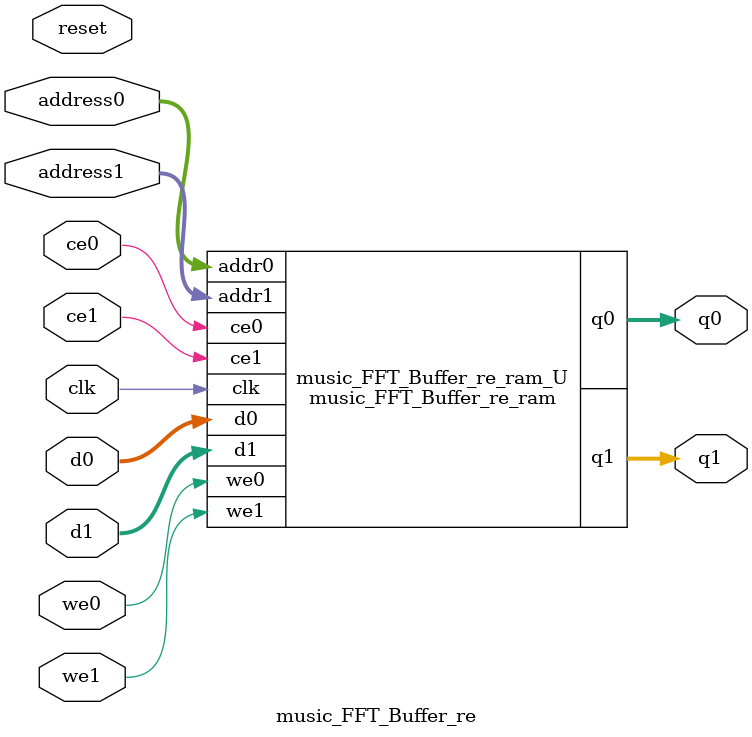
<source format=v>
`timescale 1 ns / 1 ps
module music_FFT_Buffer_re_ram (addr0, ce0, d0, we0, q0, addr1, ce1, d1, we1, q1,  clk);

parameter DWIDTH = 32;
parameter AWIDTH = 10;
parameter MEM_SIZE = 1024;

input[AWIDTH-1:0] addr0;
input ce0;
input[DWIDTH-1:0] d0;
input we0;
output reg[DWIDTH-1:0] q0;
input[AWIDTH-1:0] addr1;
input ce1;
input[DWIDTH-1:0] d1;
input we1;
output reg[DWIDTH-1:0] q1;
input clk;

(* ram_style = "block" *)reg [DWIDTH-1:0] ram[0:MEM_SIZE-1];




always @(posedge clk)  
begin 
    if (ce0) 
    begin
        if (we0) 
        begin 
            ram[addr0] <= d0; 
        end 
        q0 <= ram[addr0];
    end
end


always @(posedge clk)  
begin 
    if (ce1) 
    begin
        if (we1) 
        begin 
            ram[addr1] <= d1; 
        end 
        q1 <= ram[addr1];
    end
end


endmodule

`timescale 1 ns / 1 ps
module music_FFT_Buffer_re(
    reset,
    clk,
    address0,
    ce0,
    we0,
    d0,
    q0,
    address1,
    ce1,
    we1,
    d1,
    q1);

parameter DataWidth = 32'd32;
parameter AddressRange = 32'd1024;
parameter AddressWidth = 32'd10;
input reset;
input clk;
input[AddressWidth - 1:0] address0;
input ce0;
input we0;
input[DataWidth - 1:0] d0;
output[DataWidth - 1:0] q0;
input[AddressWidth - 1:0] address1;
input ce1;
input we1;
input[DataWidth - 1:0] d1;
output[DataWidth - 1:0] q1;



music_FFT_Buffer_re_ram music_FFT_Buffer_re_ram_U(
    .clk( clk ),
    .addr0( address0 ),
    .ce0( ce0 ),
    .we0( we0 ),
    .d0( d0 ),
    .q0( q0 ),
    .addr1( address1 ),
    .ce1( ce1 ),
    .we1( we1 ),
    .d1( d1 ),
    .q1( q1 ));

endmodule


</source>
